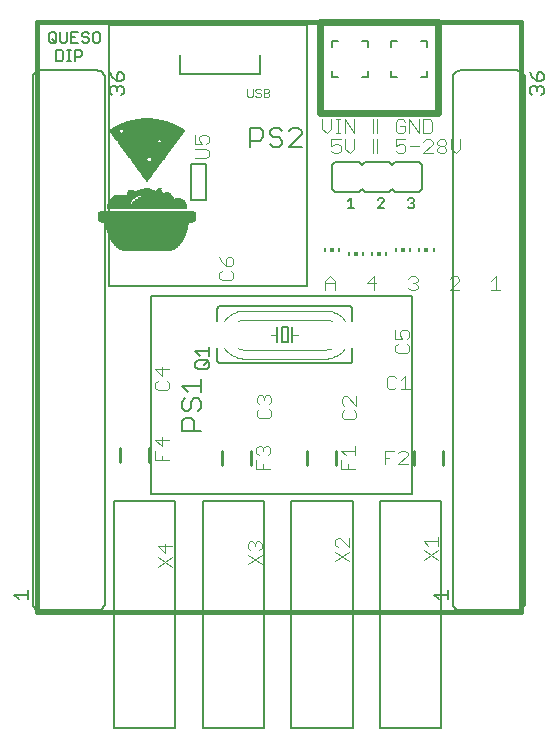
<source format=gto>
G75*
%MOIN*%
%OFA0B0*%
%FSLAX24Y24*%
%IPPOS*%
%LPD*%
%AMOC8*
5,1,8,0,0,1.08239X$1,22.5*
%
%ADD10C,0.0160*%
%ADD11C,0.0050*%
%ADD12C,0.0240*%
%ADD13C,0.0040*%
%ADD14C,0.0060*%
%ADD15C,0.0100*%
%ADD16R,0.0059X0.0118*%
%ADD17R,0.0118X0.0118*%
%ADD18C,0.0020*%
%ADD19C,0.0080*%
%ADD20R,0.1455X0.0013*%
%ADD21R,0.1573X0.0013*%
%ADD22R,0.1665X0.0013*%
%ADD23R,0.1731X0.0013*%
%ADD24R,0.1796X0.0013*%
%ADD25R,0.1849X0.0013*%
%ADD26R,0.1888X0.0013*%
%ADD27R,0.1927X0.0013*%
%ADD28R,0.1967X0.0013*%
%ADD29R,0.2006X0.0013*%
%ADD30R,0.2045X0.0013*%
%ADD31R,0.2071X0.0013*%
%ADD32R,0.2098X0.0013*%
%ADD33R,0.2137X0.0013*%
%ADD34R,0.2150X0.0013*%
%ADD35R,0.2176X0.0013*%
%ADD36R,0.2203X0.0013*%
%ADD37R,0.2229X0.0013*%
%ADD38R,0.2242X0.0013*%
%ADD39R,0.2268X0.0013*%
%ADD40R,0.2281X0.0013*%
%ADD41R,0.2307X0.0013*%
%ADD42R,0.2321X0.0013*%
%ADD43R,0.2334X0.0013*%
%ADD44R,0.2360X0.0013*%
%ADD45R,0.2373X0.0013*%
%ADD46R,0.2386X0.0013*%
%ADD47R,0.2399X0.0013*%
%ADD48R,0.2412X0.0013*%
%ADD49R,0.2439X0.0013*%
%ADD50R,0.2452X0.0013*%
%ADD51R,0.2465X0.0013*%
%ADD52R,0.2478X0.0013*%
%ADD53R,0.2491X0.0013*%
%ADD54R,0.2504X0.0013*%
%ADD55R,0.2517X0.0013*%
%ADD56R,0.2530X0.0013*%
%ADD57R,0.2543X0.0013*%
%ADD58R,0.2556X0.0013*%
%ADD59R,0.2570X0.0013*%
%ADD60R,0.2583X0.0013*%
%ADD61R,0.2596X0.0013*%
%ADD62R,0.2609X0.0013*%
%ADD63R,0.2622X0.0013*%
%ADD64R,0.2635X0.0013*%
%ADD65R,0.2648X0.0013*%
%ADD66R,0.2661X0.0013*%
%ADD67R,0.2674X0.0013*%
%ADD68R,0.2688X0.0013*%
%ADD69R,0.2701X0.0013*%
%ADD70R,0.2714X0.0013*%
%ADD71R,0.2727X0.0013*%
%ADD72R,0.2740X0.0013*%
%ADD73R,0.2753X0.0013*%
%ADD74R,0.2766X0.0013*%
%ADD75R,0.2779X0.0013*%
%ADD76R,0.2792X0.0013*%
%ADD77R,0.2806X0.0013*%
%ADD78R,0.3081X0.0013*%
%ADD79R,0.3146X0.0013*%
%ADD80R,0.3186X0.0013*%
%ADD81R,0.3225X0.0013*%
%ADD82R,0.3251X0.0013*%
%ADD83R,0.3264X0.0013*%
%ADD84R,0.3278X0.0013*%
%ADD85R,0.3238X0.0013*%
%ADD86R,0.3199X0.0013*%
%ADD87R,0.3160X0.0013*%
%ADD88R,0.3107X0.0013*%
%ADD89R,0.0774X0.0013*%
%ADD90R,0.0760X0.0013*%
%ADD91R,0.1822X0.0013*%
%ADD92R,0.0747X0.0013*%
%ADD93R,0.0734X0.0013*%
%ADD94R,0.1783X0.0013*%
%ADD95R,0.1770X0.0013*%
%ADD96R,0.1757X0.0013*%
%ADD97R,0.1704X0.0013*%
%ADD98R,0.1678X0.0013*%
%ADD99R,0.1639X0.0013*%
%ADD100R,0.1613X0.0013*%
%ADD101R,0.1586X0.0013*%
%ADD102R,0.1560X0.0013*%
%ADD103R,0.1508X0.0013*%
%ADD104R,0.1232X0.0013*%
%ADD105R,0.0184X0.0013*%
%ADD106R,0.1193X0.0013*%
%ADD107R,0.1180X0.0013*%
%ADD108R,0.1141X0.0013*%
%ADD109R,0.1101X0.0013*%
%ADD110R,0.1075X0.0013*%
%ADD111R,0.1036X0.0013*%
%ADD112R,0.1023X0.0013*%
%ADD113R,0.1009X0.0013*%
%ADD114R,0.0249X0.0013*%
%ADD115R,0.0446X0.0013*%
%ADD116R,0.1495X0.0013*%
%ADD117R,0.1481X0.0013*%
%ADD118R,0.1468X0.0013*%
%ADD119R,0.1442X0.0013*%
%ADD120R,0.1206X0.0013*%
%ADD121R,0.0197X0.0013*%
%ADD122R,0.0118X0.0013*%
%ADD123R,0.0052X0.0013*%
%ADD124R,0.1154X0.0013*%
%ADD125R,0.0210X0.0013*%
%ADD126R,0.0616X0.0013*%
%ADD127R,0.0144X0.0013*%
%ADD128R,0.0564X0.0013*%
%ADD129R,0.0026X0.0013*%
%ADD130R,0.0498X0.0013*%
%ADD131R,0.0170X0.0013*%
%ADD132R,0.0420X0.0013*%
%ADD133R,0.0341X0.0013*%
%ADD134R,0.0105X0.0013*%
%ADD135R,0.0066X0.0013*%
%ADD136R,0.0039X0.0013*%
%ADD137R,0.0013X0.0013*%
%ADD138R,0.0092X0.0013*%
%ADD139R,0.0223X0.0013*%
%ADD140R,0.0275X0.0013*%
%ADD141R,0.0302X0.0013*%
%ADD142R,0.0328X0.0013*%
%ADD143R,0.0354X0.0013*%
%ADD144R,0.0367X0.0013*%
%ADD145R,0.0380X0.0013*%
%ADD146R,0.0406X0.0013*%
%ADD147R,0.0433X0.0013*%
%ADD148R,0.0459X0.0013*%
%ADD149R,0.0485X0.0013*%
%ADD150R,0.0511X0.0013*%
%ADD151R,0.0538X0.0013*%
%ADD152R,0.0590X0.0013*%
%ADD153R,0.0642X0.0013*%
%ADD154R,0.0669X0.0013*%
%ADD155R,0.0695X0.0013*%
%ADD156R,0.0721X0.0013*%
%ADD157R,0.0800X0.0013*%
%ADD158R,0.0813X0.0013*%
%ADD159R,0.0826X0.0013*%
%ADD160R,0.0852X0.0013*%
%ADD161R,0.0878X0.0013*%
%ADD162R,0.0891X0.0013*%
%ADD163R,0.0905X0.0013*%
%ADD164R,0.0931X0.0013*%
%ADD165R,0.0957X0.0013*%
%ADD166R,0.0970X0.0013*%
%ADD167R,0.0983X0.0013*%
%ADD168R,0.0551X0.0013*%
%ADD169R,0.0524X0.0013*%
%ADD170R,0.0472X0.0013*%
%ADD171R,0.0629X0.0013*%
%ADD172R,0.1219X0.0013*%
%ADD173R,0.1245X0.0013*%
%ADD174R,0.1259X0.0013*%
%ADD175R,0.1272X0.0013*%
%ADD176R,0.1298X0.0013*%
%ADD177R,0.1324X0.0013*%
%ADD178R,0.1337X0.0013*%
%ADD179R,0.1350X0.0013*%
%ADD180R,0.1377X0.0013*%
%ADD181R,0.1403X0.0013*%
%ADD182R,0.1416X0.0013*%
%ADD183R,0.1429X0.0013*%
%ADD184R,0.1534X0.0013*%
%ADD185R,0.1547X0.0013*%
%ADD186R,0.1626X0.0013*%
%ADD187R,0.1652X0.0013*%
%ADD188R,0.1691X0.0013*%
%ADD189R,0.1744X0.0013*%
%ADD190R,0.1809X0.0013*%
%ADD191R,0.1862X0.0013*%
%ADD192R,0.1901X0.0013*%
%ADD193R,0.1940X0.0013*%
%ADD194R,0.1363X0.0013*%
%ADD195R,0.0577X0.0013*%
%ADD196R,0.0603X0.0013*%
%ADD197R,0.2111X0.0013*%
%ADD198R,0.2189X0.0013*%
%ADD199R,0.2216X0.0013*%
%ADD200R,0.2255X0.0013*%
%ADD201R,0.2294X0.0013*%
%ADD202R,0.1521X0.0013*%
%ADD203R,0.0839X0.0013*%
%ADD204R,0.2425X0.0013*%
%ADD205R,0.0315X0.0013*%
%ADD206R,0.2085X0.0013*%
%ADD207R,0.0787X0.0013*%
%ADD208R,0.2163X0.0013*%
%ADD209R,0.2124X0.0013*%
%ADD210R,0.2019X0.0013*%
%ADD211R,0.1953X0.0013*%
%ADD212R,0.1717X0.0013*%
%ADD213R,0.1599X0.0013*%
%ADD214R,0.1114X0.0013*%
D10*
X002254Y004003D02*
X018396Y004003D01*
X018396Y023688D01*
X002254Y023688D01*
X002254Y004003D01*
X004419Y004003D02*
X016230Y004003D01*
X016230Y023688D02*
X015640Y023688D01*
X011703Y023688D02*
X004419Y023688D01*
D11*
X004670Y023569D02*
X011270Y023569D01*
X011270Y014869D01*
X004670Y014869D01*
X004670Y023569D01*
X004371Y023276D02*
X004312Y023334D01*
X004195Y023334D01*
X004137Y023276D01*
X004137Y023042D01*
X004195Y022984D01*
X004312Y022984D01*
X004371Y023042D01*
X004371Y023276D01*
X004002Y023276D02*
X003944Y023334D01*
X003827Y023334D01*
X003769Y023276D01*
X003769Y023217D01*
X003827Y023159D01*
X003944Y023159D01*
X004002Y023101D01*
X004002Y023042D01*
X003944Y022984D01*
X003827Y022984D01*
X003769Y023042D01*
X003634Y022984D02*
X003400Y022984D01*
X003400Y023334D01*
X003634Y023334D01*
X003517Y023159D02*
X003400Y023159D01*
X003266Y023042D02*
X003266Y023334D01*
X003032Y023334D02*
X003032Y023042D01*
X003090Y022984D01*
X003207Y022984D01*
X003266Y023042D01*
X003278Y022734D02*
X003394Y022734D01*
X003336Y022734D02*
X003336Y022384D01*
X003278Y022384D02*
X003394Y022384D01*
X003523Y022384D02*
X003523Y022734D01*
X003698Y022734D01*
X003757Y022676D01*
X003757Y022559D01*
X003698Y022501D01*
X003523Y022501D01*
X003143Y022442D02*
X003143Y022676D01*
X003084Y022734D01*
X002909Y022734D01*
X002909Y022384D01*
X003084Y022384D01*
X003143Y022442D01*
X002897Y022984D02*
X002780Y023101D01*
X002664Y023042D02*
X002664Y023276D01*
X002722Y023334D01*
X002839Y023334D01*
X002897Y023276D01*
X002897Y023042D01*
X002839Y022984D01*
X002722Y022984D01*
X002664Y023042D01*
X004699Y021994D02*
X004774Y021844D01*
X004924Y021693D01*
X004924Y021919D01*
X005000Y021994D01*
X005075Y021994D01*
X005150Y021919D01*
X005150Y021769D01*
X005075Y021693D01*
X004924Y021693D01*
X004849Y021533D02*
X004924Y021458D01*
X005000Y021533D01*
X005075Y021533D01*
X005150Y021458D01*
X005150Y021308D01*
X005075Y021233D01*
X004924Y021383D02*
X004924Y021458D01*
X004849Y021533D02*
X004774Y021533D01*
X004699Y021458D01*
X004699Y021308D01*
X004774Y021233D01*
X007392Y018924D02*
X007903Y018924D01*
X007903Y017743D01*
X007392Y017743D01*
X007392Y018924D01*
X006073Y014540D02*
X014773Y014540D01*
X014773Y007940D01*
X006073Y007940D01*
X006073Y014540D01*
X007539Y012703D02*
X007990Y012703D01*
X007990Y012553D02*
X007990Y012854D01*
X007690Y012553D02*
X007539Y012703D01*
X007615Y012393D02*
X007539Y012318D01*
X007539Y012168D01*
X007615Y012093D01*
X007915Y012093D01*
X007990Y012168D01*
X007990Y012318D01*
X007915Y012393D01*
X007615Y012393D01*
X007840Y012243D02*
X007990Y012393D01*
X007785Y007723D02*
X007785Y000125D01*
X009833Y000125D01*
X009833Y007723D01*
X007785Y007723D01*
X006880Y007723D02*
X006880Y000125D01*
X004833Y000125D01*
X004833Y007723D01*
X006880Y007723D01*
X010738Y007723D02*
X010738Y000125D01*
X012785Y000125D01*
X012785Y007723D01*
X010738Y007723D01*
X013691Y007723D02*
X013691Y000125D01*
X015738Y000125D01*
X015738Y007723D01*
X013691Y007723D01*
X015950Y004733D02*
X015950Y004433D01*
X015950Y004583D02*
X015499Y004583D01*
X015649Y004433D01*
X014788Y017466D02*
X014674Y017466D01*
X014617Y017523D01*
X014731Y017636D02*
X014788Y017636D01*
X014844Y017580D01*
X014844Y017523D01*
X014788Y017466D01*
X014788Y017636D02*
X014844Y017693D01*
X014844Y017750D01*
X014788Y017806D01*
X014674Y017806D01*
X014617Y017750D01*
X013844Y017750D02*
X013844Y017693D01*
X013617Y017466D01*
X013844Y017466D01*
X013844Y017750D02*
X013788Y017806D01*
X013674Y017806D01*
X013617Y017750D01*
X012844Y017466D02*
X012617Y017466D01*
X012731Y017466D02*
X012731Y017806D01*
X012617Y017693D01*
X018699Y021308D02*
X018699Y021458D01*
X018774Y021533D01*
X018849Y021533D01*
X018924Y021458D01*
X019000Y021533D01*
X019075Y021533D01*
X019150Y021458D01*
X019150Y021308D01*
X019075Y021233D01*
X018924Y021383D02*
X018924Y021458D01*
X018924Y021693D02*
X018774Y021844D01*
X018699Y021994D01*
X018924Y021919D02*
X018924Y021693D01*
X019075Y021693D01*
X019150Y021769D01*
X019150Y021919D01*
X019075Y021994D01*
X019000Y021994D01*
X018924Y021919D01*
X018699Y021308D02*
X018774Y021233D01*
X001950Y004733D02*
X001950Y004433D01*
X001950Y004583D02*
X001499Y004583D01*
X001649Y004433D01*
D12*
X011703Y020656D02*
X015640Y020656D01*
X015640Y023688D01*
X011703Y023688D01*
X011703Y020656D01*
D13*
X011762Y020428D02*
X011762Y020121D01*
X011915Y019968D01*
X012069Y020121D01*
X012069Y020428D01*
X012222Y020428D02*
X012376Y020428D01*
X012299Y020428D02*
X012299Y019968D01*
X012222Y019968D02*
X012376Y019968D01*
X012529Y019968D02*
X012529Y020428D01*
X012836Y019968D01*
X012836Y020428D01*
X012844Y019759D02*
X012844Y019452D01*
X012691Y019299D01*
X012537Y019452D01*
X012537Y019759D01*
X012384Y019759D02*
X012077Y019759D01*
X012077Y019529D01*
X012230Y019605D01*
X012307Y019605D01*
X012384Y019529D01*
X012384Y019375D01*
X012307Y019299D01*
X012154Y019299D01*
X012077Y019375D01*
X013458Y019299D02*
X013458Y019759D01*
X013612Y019759D02*
X013612Y019299D01*
X013604Y019968D02*
X013604Y020428D01*
X013450Y020428D02*
X013450Y019968D01*
X014217Y020045D02*
X014294Y019968D01*
X014448Y019968D01*
X014524Y020045D01*
X014524Y020198D01*
X014371Y020198D01*
X014524Y020351D02*
X014448Y020428D01*
X014294Y020428D01*
X014217Y020351D01*
X014217Y020045D01*
X014225Y019759D02*
X014225Y019529D01*
X014379Y019605D01*
X014456Y019605D01*
X014532Y019529D01*
X014532Y019375D01*
X014456Y019299D01*
X014302Y019299D01*
X014225Y019375D01*
X014225Y019759D02*
X014532Y019759D01*
X014678Y019968D02*
X014678Y020428D01*
X014985Y019968D01*
X014985Y020428D01*
X015138Y020428D02*
X015368Y020428D01*
X015445Y020351D01*
X015445Y020045D01*
X015368Y019968D01*
X015138Y019968D01*
X015138Y020428D01*
X015223Y019759D02*
X015146Y019682D01*
X015223Y019759D02*
X015376Y019759D01*
X015453Y019682D01*
X015453Y019605D01*
X015146Y019299D01*
X015453Y019299D01*
X015607Y019375D02*
X015607Y019452D01*
X015683Y019529D01*
X015837Y019529D01*
X015914Y019452D01*
X015914Y019375D01*
X015837Y019299D01*
X015683Y019299D01*
X015607Y019375D01*
X015683Y019529D02*
X015607Y019605D01*
X015607Y019682D01*
X015683Y019759D01*
X015837Y019759D01*
X015914Y019682D01*
X015914Y019605D01*
X015837Y019529D01*
X016067Y019452D02*
X016067Y019759D01*
X016067Y019452D02*
X016220Y019299D01*
X016374Y019452D01*
X016374Y019759D01*
X014993Y019529D02*
X014686Y019529D01*
X014719Y015192D02*
X014873Y015192D01*
X014949Y015115D01*
X014949Y015039D01*
X014873Y014962D01*
X014949Y014885D01*
X014949Y014808D01*
X014873Y014732D01*
X014719Y014732D01*
X014642Y014808D01*
X014796Y014962D02*
X014873Y014962D01*
X014719Y015192D02*
X014642Y015115D01*
X013568Y014962D02*
X013261Y014962D01*
X013491Y015192D01*
X013491Y014732D01*
X014212Y013410D02*
X014212Y013103D01*
X014443Y013103D01*
X014366Y013257D01*
X014366Y013334D01*
X014443Y013410D01*
X014596Y013410D01*
X014673Y013334D01*
X014673Y013180D01*
X014596Y013103D01*
X014596Y012950D02*
X014673Y012873D01*
X014673Y012720D01*
X014596Y012643D01*
X014289Y012643D01*
X014212Y012720D01*
X014212Y012873D01*
X014289Y012950D01*
X014156Y011887D02*
X014002Y011887D01*
X013925Y011810D01*
X013925Y011503D01*
X014002Y011426D01*
X014156Y011426D01*
X014232Y011503D01*
X014386Y011426D02*
X014693Y011426D01*
X014539Y011426D02*
X014539Y011887D01*
X014386Y011733D01*
X014232Y011810D02*
X014156Y011887D01*
X012893Y011194D02*
X012893Y010887D01*
X012586Y011194D01*
X012510Y011194D01*
X012433Y011118D01*
X012433Y010964D01*
X012510Y010887D01*
X012510Y010734D02*
X012433Y010657D01*
X012433Y010504D01*
X012510Y010427D01*
X012817Y010427D01*
X012893Y010504D01*
X012893Y010657D01*
X012817Y010734D01*
X012872Y009538D02*
X012872Y009231D01*
X012872Y009384D02*
X012412Y009384D01*
X012565Y009231D01*
X012412Y009077D02*
X012412Y008770D01*
X012872Y008770D01*
X012642Y008770D02*
X012642Y008924D01*
X013850Y008925D02*
X013850Y009385D01*
X014157Y009385D01*
X014310Y009309D02*
X014387Y009385D01*
X014540Y009385D01*
X014617Y009309D01*
X014617Y009232D01*
X014310Y008925D01*
X014617Y008925D01*
X014003Y009155D02*
X013850Y009155D01*
X012667Y006483D02*
X012667Y006176D01*
X012360Y006483D01*
X012283Y006483D01*
X012206Y006406D01*
X012206Y006253D01*
X012283Y006176D01*
X012206Y006023D02*
X012667Y005716D01*
X012667Y006023D02*
X012206Y005716D01*
X009753Y005598D02*
X009293Y005905D01*
X009370Y006058D02*
X009293Y006135D01*
X009293Y006288D01*
X009370Y006365D01*
X009447Y006365D01*
X009523Y006288D01*
X009600Y006365D01*
X009677Y006365D01*
X009753Y006288D01*
X009753Y006135D01*
X009677Y006058D01*
X009753Y005905D02*
X009293Y005598D01*
X009523Y006212D02*
X009523Y006288D01*
X009577Y008770D02*
X009577Y009077D01*
X009654Y009231D02*
X009577Y009307D01*
X009577Y009461D01*
X009654Y009538D01*
X009730Y009538D01*
X009807Y009461D01*
X009884Y009538D01*
X009961Y009538D01*
X010037Y009461D01*
X010037Y009307D01*
X009961Y009231D01*
X009807Y009384D02*
X009807Y009461D01*
X009807Y008924D02*
X009807Y008770D01*
X010037Y008770D02*
X009577Y008770D01*
X009675Y010466D02*
X009982Y010466D01*
X010059Y010543D01*
X010059Y010697D01*
X009982Y010773D01*
X009982Y010927D02*
X010059Y011003D01*
X010059Y011157D01*
X009982Y011234D01*
X009905Y011234D01*
X009828Y011157D01*
X009828Y011080D01*
X009828Y011157D02*
X009752Y011234D01*
X009675Y011234D01*
X009598Y011157D01*
X009598Y011003D01*
X009675Y010927D01*
X009675Y010773D02*
X009598Y010697D01*
X009598Y010543D01*
X009675Y010466D01*
X006663Y009754D02*
X006202Y009754D01*
X006432Y009524D01*
X006432Y009831D01*
X006202Y009370D02*
X006202Y009064D01*
X006663Y009064D01*
X006432Y009064D02*
X006432Y009217D01*
X006289Y011411D02*
X006212Y011488D01*
X006212Y011641D01*
X006289Y011718D01*
X006443Y011872D02*
X006443Y012179D01*
X006673Y012102D02*
X006212Y012102D01*
X006443Y011872D01*
X006596Y011718D02*
X006673Y011641D01*
X006673Y011488D01*
X006596Y011411D01*
X006289Y011411D01*
X008415Y015073D02*
X008338Y015149D01*
X008338Y015303D01*
X008415Y015380D01*
X008569Y015533D02*
X008569Y015763D01*
X008645Y015840D01*
X008722Y015840D01*
X008799Y015763D01*
X008799Y015610D01*
X008722Y015533D01*
X008569Y015533D01*
X008415Y015686D01*
X008338Y015840D01*
X008722Y015380D02*
X008799Y015303D01*
X008799Y015149D01*
X008722Y015073D01*
X008415Y015073D01*
X007905Y019141D02*
X007521Y019141D01*
X007521Y019448D02*
X007905Y019448D01*
X007982Y019371D01*
X007982Y019218D01*
X007905Y019141D01*
X007905Y019601D02*
X007982Y019678D01*
X007982Y019832D01*
X007905Y019908D01*
X007752Y019908D01*
X007675Y019832D01*
X007675Y019755D01*
X007752Y019601D01*
X007521Y019601D01*
X007521Y019908D01*
X012034Y015192D02*
X012187Y015039D01*
X012187Y014732D01*
X012187Y014962D02*
X011880Y014962D01*
X011880Y015039D02*
X011880Y014732D01*
X011880Y015039D02*
X012034Y015192D01*
X016024Y015115D02*
X016100Y015192D01*
X016254Y015192D01*
X016331Y015115D01*
X016331Y015039D01*
X016024Y014732D01*
X016331Y014732D01*
X017405Y014732D02*
X017712Y014732D01*
X017558Y014732D02*
X017558Y015192D01*
X017405Y015039D01*
X015620Y006523D02*
X015620Y006216D01*
X015620Y006369D02*
X015159Y006369D01*
X015313Y006216D01*
X015159Y006062D02*
X015620Y005755D01*
X015620Y006062D02*
X015159Y005755D01*
X006761Y005826D02*
X006301Y005519D01*
X006301Y005826D02*
X006761Y005519D01*
X006531Y005979D02*
X006531Y006286D01*
X006301Y006210D02*
X006531Y005979D01*
X006761Y006210D02*
X006301Y006210D01*
D14*
X004525Y004308D02*
X004525Y021808D01*
X004523Y021838D01*
X004518Y021868D01*
X004509Y021897D01*
X004496Y021924D01*
X004481Y021950D01*
X004462Y021974D01*
X004441Y021995D01*
X004417Y022014D01*
X004391Y022029D01*
X004364Y022042D01*
X004335Y022051D01*
X004305Y022056D01*
X004275Y022058D01*
X002375Y022058D01*
X002345Y022056D01*
X002315Y022051D01*
X002286Y022042D01*
X002259Y022029D01*
X002233Y022014D01*
X002209Y021995D01*
X002188Y021974D01*
X002169Y021950D01*
X002154Y021924D01*
X002141Y021897D01*
X002132Y021868D01*
X002127Y021838D01*
X002125Y021808D01*
X002125Y004308D01*
X002127Y004278D01*
X002132Y004248D01*
X002141Y004219D01*
X002154Y004192D01*
X002169Y004166D01*
X002188Y004142D01*
X002209Y004121D01*
X002233Y004102D01*
X002259Y004087D01*
X002286Y004074D01*
X002315Y004065D01*
X002345Y004060D01*
X002375Y004058D01*
X004275Y004058D01*
X004305Y004060D01*
X004335Y004065D01*
X004364Y004074D01*
X004391Y004087D01*
X004417Y004102D01*
X004441Y004121D01*
X004462Y004142D01*
X004481Y004166D01*
X004496Y004192D01*
X004509Y004219D01*
X004518Y004248D01*
X004523Y004278D01*
X004525Y004308D01*
X007086Y010052D02*
X007086Y010372D01*
X007193Y010479D01*
X007407Y010479D01*
X007513Y010372D01*
X007513Y010052D01*
X007727Y010052D02*
X007086Y010052D01*
X007193Y010697D02*
X007300Y010697D01*
X007407Y010803D01*
X007407Y011017D01*
X007513Y011124D01*
X007620Y011124D01*
X007727Y011017D01*
X007727Y010803D01*
X007620Y010697D01*
X007193Y010697D02*
X007086Y010803D01*
X007086Y011017D01*
X007193Y011124D01*
X007300Y011341D02*
X007086Y011555D01*
X007727Y011555D01*
X007727Y011768D02*
X007727Y011341D01*
X008372Y012305D02*
X012672Y012305D01*
X012689Y012307D01*
X012706Y012311D01*
X012722Y012318D01*
X012736Y012328D01*
X012749Y012341D01*
X012759Y012355D01*
X012766Y012371D01*
X012770Y012388D01*
X012772Y012405D01*
X012772Y012805D01*
X012772Y013705D02*
X012772Y014105D01*
X012770Y014122D01*
X012766Y014139D01*
X012759Y014155D01*
X012749Y014169D01*
X012736Y014182D01*
X012722Y014192D01*
X012706Y014199D01*
X012689Y014203D01*
X012672Y014205D01*
X008372Y014205D01*
X008355Y014203D01*
X008338Y014199D01*
X008322Y014192D01*
X008308Y014182D01*
X008295Y014169D01*
X008285Y014155D01*
X008278Y014139D01*
X008274Y014122D01*
X008272Y014105D01*
X008272Y013705D01*
X008272Y012805D02*
X008272Y012405D01*
X008274Y012388D01*
X008278Y012371D01*
X008285Y012355D01*
X008295Y012341D01*
X008308Y012328D01*
X008322Y012318D01*
X008338Y012311D01*
X008355Y012307D01*
X008372Y012305D01*
X010272Y013005D02*
X010272Y013255D01*
X010272Y013505D01*
X010422Y013505D02*
X010622Y013505D01*
X010622Y013005D01*
X010422Y013005D01*
X010422Y013505D01*
X010772Y013505D02*
X010772Y013255D01*
X010772Y013005D01*
X012192Y017991D02*
X012992Y017991D01*
X013092Y018091D01*
X013192Y017991D01*
X013992Y017991D01*
X014092Y018091D01*
X014192Y017991D01*
X014992Y017991D01*
X015092Y018091D01*
X015092Y018891D01*
X014992Y018991D01*
X014192Y018991D01*
X014092Y018891D01*
X013992Y018991D01*
X013192Y018991D01*
X013092Y018891D01*
X012992Y018991D01*
X012192Y018991D01*
X012092Y018891D01*
X012092Y018091D01*
X012192Y017991D01*
X011087Y019505D02*
X010660Y019505D01*
X011087Y019932D01*
X011087Y020039D01*
X010980Y020146D01*
X010766Y020146D01*
X010660Y020039D01*
X010442Y020039D02*
X010335Y020146D01*
X010122Y020146D01*
X010015Y020039D01*
X010015Y019932D01*
X010122Y019826D01*
X010335Y019826D01*
X010442Y019719D01*
X010442Y019612D01*
X010335Y019505D01*
X010122Y019505D01*
X010015Y019612D01*
X009797Y019826D02*
X009691Y019719D01*
X009370Y019719D01*
X009370Y019505D02*
X009370Y020146D01*
X009691Y020146D01*
X009797Y020039D01*
X009797Y019826D01*
X012087Y021828D02*
X012087Y022028D01*
X012087Y021828D02*
X012287Y021828D01*
X013087Y021828D02*
X013287Y021828D01*
X013287Y022028D01*
X013287Y022828D02*
X013287Y023028D01*
X013087Y023028D01*
X012287Y023028D02*
X012087Y023028D01*
X012087Y022828D01*
X014055Y022828D02*
X014055Y023028D01*
X014255Y023028D01*
X015055Y023028D02*
X015255Y023028D01*
X015255Y022828D01*
X015255Y022028D02*
X015255Y021828D01*
X015055Y021828D01*
X014255Y021828D02*
X014055Y021828D01*
X014055Y022028D01*
X016125Y021808D02*
X016125Y004308D01*
X016127Y004278D01*
X016132Y004248D01*
X016141Y004219D01*
X016154Y004192D01*
X016169Y004166D01*
X016188Y004142D01*
X016209Y004121D01*
X016233Y004102D01*
X016259Y004087D01*
X016286Y004074D01*
X016315Y004065D01*
X016345Y004060D01*
X016375Y004058D01*
X018275Y004058D01*
X018305Y004060D01*
X018335Y004065D01*
X018364Y004074D01*
X018391Y004087D01*
X018417Y004102D01*
X018441Y004121D01*
X018462Y004142D01*
X018481Y004166D01*
X018496Y004192D01*
X018509Y004219D01*
X018518Y004248D01*
X018523Y004278D01*
X018525Y004308D01*
X018525Y021808D01*
X018523Y021838D01*
X018518Y021868D01*
X018509Y021897D01*
X018496Y021924D01*
X018481Y021950D01*
X018462Y021974D01*
X018441Y021995D01*
X018417Y022014D01*
X018391Y022029D01*
X018364Y022042D01*
X018335Y022051D01*
X018305Y022056D01*
X018275Y022058D01*
X016375Y022058D01*
X016345Y022056D01*
X016315Y022051D01*
X016286Y022042D01*
X016259Y022029D01*
X016233Y022014D01*
X016209Y021995D01*
X016188Y021974D01*
X016169Y021950D01*
X016154Y021924D01*
X016141Y021897D01*
X016132Y021868D01*
X016127Y021838D01*
X016125Y021808D01*
D15*
X015805Y009361D02*
X015805Y008901D01*
X014845Y008901D02*
X014845Y009361D01*
X012222Y009361D02*
X012222Y008901D01*
X011262Y008901D02*
X011262Y009361D01*
X009387Y009361D02*
X009387Y008901D01*
X008427Y008901D02*
X008427Y009361D01*
X006002Y009479D02*
X006002Y009019D01*
X005042Y009019D02*
X005042Y009479D01*
D16*
X011860Y016070D03*
X012333Y016070D03*
X012648Y015952D03*
X013120Y015952D03*
X013435Y015952D03*
X013907Y015952D03*
X014222Y016070D03*
X014695Y016070D03*
X015010Y016070D03*
X015482Y016070D03*
D17*
X015246Y016070D03*
X014459Y016070D03*
X013671Y015952D03*
X012884Y015952D03*
X012096Y016070D03*
D18*
X011872Y014055D02*
X009172Y014055D01*
X009172Y013755D02*
X011872Y013755D01*
X011910Y013754D01*
X011947Y013749D01*
X011984Y013742D01*
X012020Y013733D01*
X012056Y013720D01*
X012090Y013705D01*
X011872Y014055D02*
X011928Y014053D01*
X011983Y014047D01*
X012038Y014038D01*
X012092Y014024D01*
X012145Y014007D01*
X012196Y013986D01*
X012246Y013962D01*
X012294Y013934D01*
X012341Y013903D01*
X012384Y013869D01*
X012426Y013832D01*
X012465Y013792D01*
X012501Y013750D01*
X012533Y013705D01*
X012090Y012805D02*
X012056Y012790D01*
X012020Y012777D01*
X011984Y012768D01*
X011947Y012761D01*
X011910Y012756D01*
X011872Y012755D01*
X009172Y012755D01*
X009172Y012455D02*
X011872Y012455D01*
X011871Y012455D02*
X011927Y012457D01*
X011982Y012463D01*
X012037Y012472D01*
X012091Y012486D01*
X012144Y012503D01*
X012195Y012524D01*
X012245Y012548D01*
X012293Y012576D01*
X012340Y012607D01*
X012384Y012641D01*
X012425Y012678D01*
X012464Y012718D01*
X012500Y012760D01*
X012532Y012805D01*
X010972Y013255D02*
X010772Y013255D01*
X010272Y013255D02*
X010072Y013255D01*
X009172Y014055D02*
X009116Y014053D01*
X009061Y014047D01*
X009006Y014038D01*
X008952Y014024D01*
X008899Y014007D01*
X008848Y013986D01*
X008798Y013962D01*
X008750Y013934D01*
X008703Y013903D01*
X008659Y013869D01*
X008618Y013832D01*
X008579Y013792D01*
X008543Y013750D01*
X008511Y013705D01*
X008511Y012805D02*
X008543Y012760D01*
X008579Y012718D01*
X008618Y012678D01*
X008660Y012641D01*
X008703Y012607D01*
X008750Y012576D01*
X008798Y012548D01*
X008848Y012524D01*
X008899Y012503D01*
X008952Y012486D01*
X009006Y012472D01*
X009061Y012463D01*
X009116Y012457D01*
X009172Y012455D01*
X009172Y012755D02*
X009134Y012756D01*
X009097Y012761D01*
X009060Y012768D01*
X009024Y012777D01*
X008988Y012790D01*
X008954Y012805D01*
X008954Y013705D02*
X008988Y013720D01*
X009024Y013733D01*
X009060Y013742D01*
X009097Y013749D01*
X009134Y013754D01*
X009172Y013755D01*
X009316Y021174D02*
X009410Y021174D01*
X009457Y021220D01*
X009457Y021454D01*
X009546Y021407D02*
X009546Y021360D01*
X009593Y021314D01*
X009686Y021314D01*
X009733Y021267D01*
X009733Y021220D01*
X009686Y021174D01*
X009593Y021174D01*
X009546Y021220D01*
X009546Y021407D02*
X009593Y021454D01*
X009686Y021454D01*
X009733Y021407D01*
X009822Y021454D02*
X009962Y021454D01*
X010009Y021407D01*
X010009Y021360D01*
X009962Y021314D01*
X009822Y021314D01*
X009822Y021174D02*
X009822Y021454D01*
X009962Y021314D02*
X010009Y021267D01*
X010009Y021220D01*
X009962Y021174D01*
X009822Y021174D01*
X009316Y021174D02*
X009270Y021220D01*
X009270Y021454D01*
D19*
X009695Y021936D02*
X007018Y021936D01*
X007018Y022566D01*
X007018Y023590D02*
X009695Y023590D01*
X009695Y022566D02*
X009695Y021936D01*
D20*
X005940Y020311D03*
X005940Y019301D03*
X005940Y016024D03*
D21*
X005933Y016037D03*
X005946Y019380D03*
D22*
X005940Y019446D03*
X005940Y020272D03*
X005940Y016050D03*
D23*
X005933Y016063D03*
X006340Y017663D03*
X005946Y019485D03*
D24*
X005940Y020245D03*
X006346Y017610D03*
X005940Y016076D03*
D25*
X005940Y016089D03*
X006333Y017571D03*
X005940Y019564D03*
X005940Y020232D03*
D26*
X005946Y019590D03*
X005933Y016103D03*
D27*
X005940Y016116D03*
X005940Y019616D03*
D28*
X005933Y016129D03*
D29*
X005940Y016142D03*
D30*
X005933Y016155D03*
D31*
X005933Y016168D03*
X006130Y019970D03*
X006143Y019983D03*
X006156Y019996D03*
X006156Y020009D03*
X005946Y020180D03*
D32*
X006143Y020062D03*
X006156Y020049D03*
X006169Y020036D03*
X005946Y019734D03*
X005933Y016181D03*
D33*
X005940Y016194D03*
X005940Y019760D03*
D34*
X005946Y019773D03*
X005933Y016207D03*
D35*
X005933Y016221D03*
X005946Y019787D03*
D36*
X005933Y016234D03*
D37*
X005933Y016247D03*
X005946Y019826D03*
D38*
X005940Y016260D03*
D39*
X005940Y016273D03*
X005940Y019852D03*
X005940Y020127D03*
D40*
X005933Y016286D03*
D41*
X005933Y016299D03*
X005946Y019878D03*
D42*
X005940Y016312D03*
D43*
X005933Y016325D03*
X005946Y019891D03*
D44*
X005933Y016339D03*
D45*
X005940Y016352D03*
D46*
X005933Y016365D03*
D47*
X005940Y016378D03*
D48*
X005933Y016391D03*
D49*
X005933Y016404D03*
D50*
X005940Y016417D03*
D51*
X005933Y016430D03*
D52*
X005940Y016443D03*
D53*
X005933Y016457D03*
D54*
X005940Y016470D03*
D55*
X005933Y016483D03*
X005933Y016496D03*
D56*
X005940Y016509D03*
D57*
X005933Y016522D03*
D58*
X005940Y016535D03*
D59*
X005933Y016548D03*
X005933Y016561D03*
D60*
X005940Y016575D03*
D61*
X005933Y016588D03*
D62*
X005940Y016601D03*
X005940Y016614D03*
D63*
X005933Y016627D03*
D64*
X005940Y016640D03*
X005940Y016653D03*
D65*
X005933Y016666D03*
X005933Y016679D03*
X005946Y017558D03*
D66*
X005940Y017545D03*
X005940Y017532D03*
X005940Y016693D03*
D67*
X005933Y016706D03*
X005933Y016719D03*
X005946Y017505D03*
X005946Y017519D03*
D68*
X005940Y017492D03*
X005940Y017479D03*
X005940Y017466D03*
X005940Y017453D03*
X005940Y016732D03*
D69*
X005933Y016745D03*
X005933Y016758D03*
D70*
X005940Y016771D03*
X005940Y016784D03*
D71*
X005933Y016797D03*
X005933Y016811D03*
D72*
X005940Y016824D03*
X005940Y016837D03*
D73*
X005933Y016850D03*
X005933Y016863D03*
X005933Y016876D03*
D74*
X005940Y016889D03*
X005940Y016902D03*
D75*
X005933Y016915D03*
X005933Y016929D03*
D76*
X005940Y016942D03*
X005940Y016955D03*
D77*
X005933Y016968D03*
D78*
X005940Y016981D03*
D79*
X005946Y016994D03*
D80*
X005940Y017007D03*
D81*
X005946Y017020D03*
X005946Y017033D03*
X005946Y017309D03*
D82*
X005946Y017283D03*
X005946Y017047D03*
D83*
X005940Y017060D03*
X005940Y017269D03*
D84*
X005946Y017256D03*
X005946Y017243D03*
X005946Y017230D03*
X005946Y017217D03*
X005946Y017204D03*
X005946Y017191D03*
X005946Y017178D03*
X005946Y017165D03*
X005946Y017151D03*
X005946Y017138D03*
X005946Y017125D03*
X005946Y017112D03*
X005946Y017099D03*
X005946Y017086D03*
X005946Y017073D03*
D85*
X005940Y017296D03*
D86*
X005946Y017322D03*
D87*
X005940Y017335D03*
D88*
X005940Y017348D03*
D89*
X005245Y017859D03*
X005219Y017846D03*
X005206Y017833D03*
X005179Y017820D03*
X005166Y017807D03*
X005153Y017794D03*
X005127Y017781D03*
X005009Y017571D03*
X005940Y018843D03*
D90*
X005278Y017872D03*
X005107Y017768D03*
X005002Y017584D03*
D91*
X006346Y017584D03*
X006346Y017597D03*
X005940Y019551D03*
D92*
X005940Y018830D03*
X005101Y017754D03*
X005088Y017741D03*
X005075Y017728D03*
X005061Y017715D03*
X005061Y017702D03*
X005048Y017689D03*
X005035Y017663D03*
X005022Y017650D03*
X005022Y017636D03*
X005009Y017610D03*
X005009Y017597D03*
D93*
X005016Y017623D03*
X005042Y017676D03*
X005946Y018816D03*
D94*
X005946Y019524D03*
X006340Y017623D03*
D95*
X006346Y017636D03*
X005940Y019511D03*
D96*
X006340Y017650D03*
D97*
X006340Y017676D03*
X005946Y019472D03*
D98*
X006353Y017689D03*
D99*
X006359Y017702D03*
D100*
X006346Y017715D03*
X005940Y019406D03*
D101*
X005940Y019393D03*
X006346Y017728D03*
D102*
X006346Y017741D03*
X005507Y020075D03*
D103*
X005520Y020101D03*
X005940Y019341D03*
X006359Y019905D03*
X006372Y019918D03*
X006346Y017754D03*
D104*
X006222Y017768D03*
D105*
X006969Y017768D03*
D106*
X006228Y017781D03*
D107*
X006235Y017794D03*
X005868Y017964D03*
X005868Y017977D03*
X005868Y017990D03*
D108*
X005874Y018017D03*
X006241Y017807D03*
D109*
X006248Y017820D03*
D110*
X006261Y017833D03*
D111*
X006268Y017846D03*
X006241Y017886D03*
X005940Y020377D03*
D112*
X006261Y017859D03*
D113*
X006254Y017872D03*
X005940Y019000D03*
D114*
X005940Y018489D03*
X005075Y017886D03*
D115*
X005461Y017886D03*
X006287Y019079D03*
X006287Y019092D03*
D116*
X005946Y019328D03*
X005540Y020114D03*
X005999Y017899D03*
D117*
X005992Y017912D03*
X005940Y019315D03*
D118*
X005986Y017925D03*
D119*
X005986Y017938D03*
D120*
X005868Y017951D03*
D121*
X006333Y018043D03*
X006595Y017951D03*
X005940Y018449D03*
D122*
X005940Y018397D03*
X006346Y018082D03*
X006608Y017964D03*
D123*
X006615Y017977D03*
D124*
X005868Y018004D03*
D125*
X005920Y018095D03*
X006327Y018030D03*
X005409Y018030D03*
D126*
X005887Y018030D03*
X005940Y018738D03*
D127*
X005940Y018423D03*
X005940Y018410D03*
X006346Y018069D03*
X005389Y018043D03*
D128*
X005887Y018043D03*
X005940Y018698D03*
X005651Y019092D03*
X006687Y019695D03*
D129*
X005370Y018056D03*
D130*
X005894Y018056D03*
D131*
X005940Y018436D03*
X006333Y018056D03*
D132*
X005907Y018069D03*
X006261Y019026D03*
X006261Y019039D03*
X006274Y019052D03*
D133*
X005907Y018082D03*
X004845Y020036D03*
X004871Y020062D03*
D134*
X006353Y018095D03*
D135*
X006359Y018108D03*
X005940Y018358D03*
X005940Y018371D03*
D136*
X005940Y018344D03*
X006359Y018122D03*
D137*
X005940Y018331D03*
D138*
X005940Y018384D03*
D139*
X005940Y018462D03*
X005940Y018476D03*
D140*
X005940Y018502D03*
D141*
X005940Y018515D03*
X005940Y018528D03*
D142*
X005940Y018541D03*
X004852Y020009D03*
X004852Y020023D03*
D143*
X004852Y020049D03*
X005940Y018554D03*
D144*
X005946Y018567D03*
D145*
X005940Y018580D03*
D146*
X005940Y018594D03*
D147*
X005940Y018607D03*
X005940Y018620D03*
X006241Y019013D03*
X006281Y019066D03*
X005940Y020429D03*
D148*
X005940Y018633D03*
D149*
X005940Y018646D03*
X006294Y019118D03*
D150*
X005940Y018672D03*
X005940Y018659D03*
D151*
X005940Y018685D03*
X005678Y019039D03*
X005665Y019052D03*
X006661Y019655D03*
X006674Y019669D03*
D152*
X005940Y018725D03*
X005940Y018712D03*
X005651Y019105D03*
X005651Y019118D03*
D153*
X005940Y018751D03*
X005940Y020416D03*
D154*
X005940Y018777D03*
X005940Y018764D03*
D155*
X005940Y018790D03*
D156*
X005940Y018803D03*
D157*
X005940Y018856D03*
X005166Y019918D03*
X006726Y020101D03*
D158*
X006733Y020088D03*
X005946Y018869D03*
X005173Y019905D03*
X005160Y019931D03*
D159*
X005940Y018882D03*
D160*
X005940Y018895D03*
X006740Y020075D03*
D161*
X005940Y018908D03*
D162*
X005946Y018921D03*
D163*
X005940Y018934D03*
X005940Y020390D03*
D164*
X005940Y018948D03*
D165*
X005940Y018961D03*
D166*
X005946Y018974D03*
D167*
X005940Y018987D03*
D168*
X005697Y019013D03*
X005658Y019066D03*
X005658Y019079D03*
X006654Y019642D03*
X006681Y019682D03*
D169*
X006287Y019131D03*
X005684Y019026D03*
D170*
X006287Y019105D03*
D171*
X005658Y019131D03*
D172*
X005940Y019144D03*
X005940Y020350D03*
D173*
X005940Y019157D03*
D174*
X005946Y019170D03*
D175*
X005940Y019184D03*
D176*
X005940Y019197D03*
X005940Y020337D03*
D177*
X005940Y019210D03*
D178*
X005946Y019223D03*
D179*
X005940Y019236D03*
X005625Y019669D03*
D180*
X005612Y019695D03*
X005940Y019249D03*
X005940Y020324D03*
D181*
X005612Y019708D03*
X005940Y019262D03*
D182*
X005946Y019275D03*
X005619Y019721D03*
D183*
X005940Y019288D03*
D184*
X005940Y019354D03*
X005507Y020088D03*
X005940Y020298D03*
D185*
X006379Y019944D03*
X005946Y019367D03*
D186*
X005946Y019419D03*
D187*
X005946Y019433D03*
D188*
X005940Y019459D03*
D189*
X005940Y019498D03*
D190*
X005946Y019537D03*
D191*
X005946Y019577D03*
D192*
X005940Y019603D03*
X005940Y020219D03*
D193*
X005946Y019629D03*
D194*
X005645Y019642D03*
X005632Y019655D03*
X005619Y019682D03*
D195*
X006681Y019708D03*
D196*
X006681Y019721D03*
D197*
X005940Y019747D03*
D198*
X005940Y019800D03*
D199*
X005940Y019813D03*
X005940Y020141D03*
D200*
X005946Y019839D03*
D201*
X005940Y019865D03*
D202*
X006379Y019931D03*
D203*
X005160Y019944D03*
D204*
X005940Y019957D03*
D205*
X004884Y019970D03*
X004871Y019983D03*
X004858Y019996D03*
D206*
X006163Y020023D03*
D207*
X005933Y020403D03*
X006707Y020114D03*
D208*
X005940Y020154D03*
D209*
X005946Y020167D03*
D210*
X005946Y020193D03*
D211*
X005940Y020206D03*
D212*
X005940Y020259D03*
D213*
X005946Y020285D03*
D214*
X005940Y020363D03*
M02*

</source>
